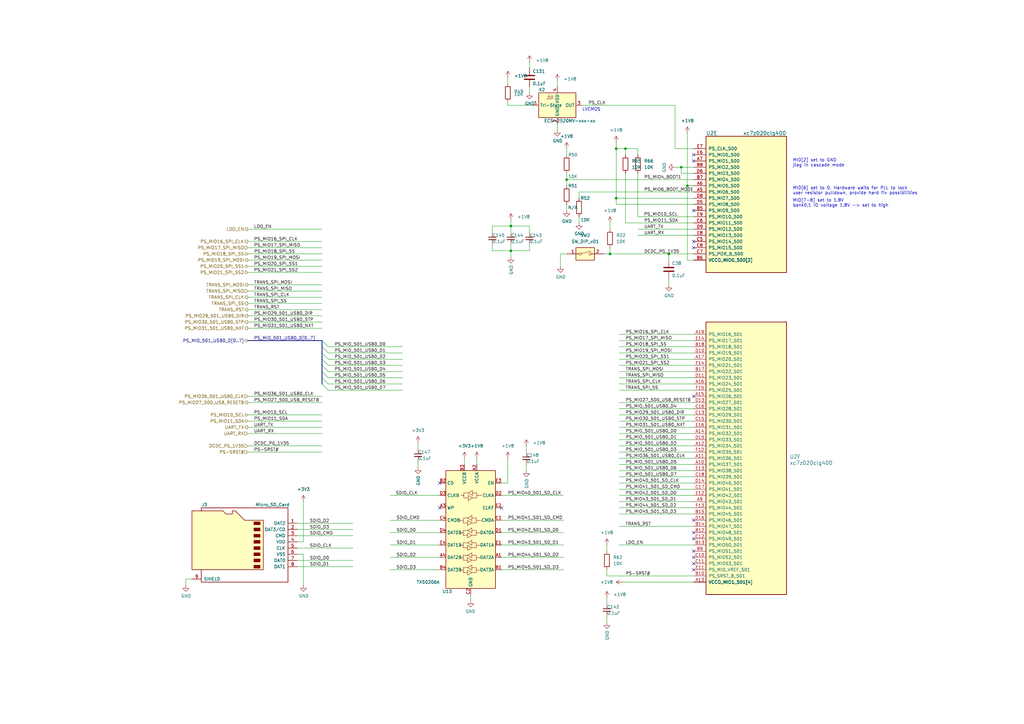
<source format=kicad_sch>
(kicad_sch (version 20220126) (generator eeschema)
  (paper "A3")
  (lib_symbols
    (symbol "7z010_ddr:ECS-2520MV-xxx-xx"
      (property "Reference" "X2" (at -6.35 6.35 0))
      (property "Value" "ECS-2520MV-xxx-xx" (at 5.08 -6.35 0))
      (symbol "ECS-2520MV-xxx-xx_1_1"
        (pin input line (at -10.16 0 0) (length 2.54) (name "Tri-State") (number "1"))
        (pin passive line (at 0 -7.62 90) (length 2.54) (name "GND") (number "2"))
        (pin output line (at 10.16 0 180) (length 2.54) (name "OUT") (number "3"))
        (pin power_in line (at 0 7.62 270) (length 2.54) (name "VDD") (number "4"))
      )
    )
    (symbol "7z010_ddr:xc7z020clg400" (pin_names (offset 1.016))
      (property "Reference" "U" (at 2.54 6.35 0))
      (property "Value" "xc7z020clg400" (at 12.7 6.35 0))
      (symbol "xc7z020clg400_1_1"
        (pin power_in line (at 0 -17.78 0) (length 5.08) (name "RSVDGND") (number "F10"))
        (pin power_in line (at 0 -40.64 0) (length 5.08) (name "VCCBATT_0") (number "F11"))
        (pin output line (at 0 -33.02 0) (length 5.08) (name "TDO_0") (number "F6"))
        (pin input line (at 0 -27.94 0) (length 5.08) (name "TCK_0") (number "F9"))
        (pin input line (at 0 -30.48 0) (length 5.08) (name "TDI_0") (number "G6"))
        (pin power_in line (at 0 -10.16 0) (length 5.08) (name "GNDADC_0") (number "J10"))
        (pin input line (at 0 -35.56 0) (length 5.08) (name "TMS_0") (number "J6"))
        (pin power_in line (at 0 -38.1 0) (length 5.08) (name "VCCADC_0") (number "J9"))
        (pin input line (at 0 -50.8 0) (length 5.08) (name "VREFN_0") (number "K10"))
        (pin power_in line (at 0 -43.18 0) (length 5.08) (name "VCCO_0") (number "K6"))
        (pin input line (at 0 -48.26 0) (length 5.08) (name "VP_0") (number "K9"))
        (pin input line (at 0 -45.72 0) (length 5.08) (name "VN_0") (number "L10"))
        (pin input line (at 0 -15.24 0) (length 5.08) (name "PROGRAM_B_0") (number "L6"))
        (pin input line (at 0 -53.34 0) (length 5.08) (name "VREFP_0") (number "L9"))
        (pin passive line (at 0 -5.08 0) (length 5.08) (name "DXN_0") (number "M10"))
        (pin input line (at 0 0 0) (length 5.08) (name "CFGBVS_0") (number "M6"))
        (pin passive line (at 0 -7.62 0) (length 5.08) (name "DXP_0") (number "M9"))
        (pin power_in line (at 0 -25.4 0) (length 5.08) (name "RSVDVCC3") (number "N6"))
        (pin input line (at 0 -12.7 0) (length 5.08) (name "INIT_B_0") (number "R10"))
        (pin output line (at 0 -2.54 0) (length 5.08) (name "DONE_0") (number "R11"))
        (pin power_in line (at 0 -22.86 0) (length 5.08) (name "RSVDVCC2") (number "R6"))
        (pin power_in line (at 0 -20.32 0) (length 5.08) (name "RSVDVCC1") (number "T6"))
      )
      (symbol "xc7z020clg400_2_1"
        (pin bidirectional line (at 0 -43.18 0) (length 5.08) (name "IO_L19P_T3_13") (number "T5"))
        (pin power_in line (at 0 -66.04 0) (length 5.08) (name "VCCO_13[4]") (number "T8"))
        (pin bidirectional line (at 0 -7.62 0) (length 5.08) (name "IO_L12P_T1_MRCC_13") (number "T9"))
        (pin bidirectional line (at 0 -10.16 0) (length 5.08) (name "IO_L12N_T1_MRCC_13") (number "U10"))
        (pin power_in line (at 0 -66.04 0) (length 5.08) (name "VCCO_13[4]") (number "U11"))
        (pin bidirectional line (at 0 -45.72 0) (length 5.08) (name "IO_L19N_T3_VREF_13") (number "U5"))
        (pin bidirectional line (at 0 -2.54 0) (length 5.08) (name "IO_L11P_T1_SRCC_13") (number "U7"))
        (pin bidirectional line (at 0 -35.56 0) (length 5.08) (name "IO_L17N_T2_13") (number "U8"))
        (pin bidirectional line (at 0 -33.02 0) (length 5.08) (name "IO_L17P_T2_13") (number "U9"))
        (pin bidirectional line (at 0 -55.88 0) (length 5.08) (name "IO_L21N_T3_DQS_13") (number "V10"))
        (pin bidirectional line (at 0 -53.34 0) (length 5.08) (name "IO_L21P_T3_DQS_13") (number "V11"))
        (pin bidirectional line (at 0 0 0) (length 5.08) (name "IO_L6N_T0_VREF_13") (number "V5"))
        (pin bidirectional line (at 0 -58.42 0) (length 5.08) (name "IO_L22P_T3_13") (number "V6"))
        (pin bidirectional line (at 0 -5.08 0) (length 5.08) (name "IO_L11N_T1_SRCC_13") (number "V7"))
        (pin bidirectional line (at 0 -22.86 0) (length 5.08) (name "IO_L15P_T2_DQS_13") (number "V8"))
        (pin bidirectional line (at 0 -27.94 0) (length 5.08) (name "IO_L16P_T2_13") (number "W10"))
        (pin bidirectional line (at 0 -38.1 0) (length 5.08) (name "IO_L18P_T2_13") (number "W11"))
        (pin bidirectional line (at 0 -60.96 0) (length 5.08) (name "IO_L22N_T3_13") (number "W6"))
        (pin power_in line (at 0 -66.04 0) (length 5.08) (name "VCCO_13[4]") (number "W7"))
        (pin bidirectional line (at 0 -25.4 0) (length 5.08) (name "IO_L15N_T2_DQS_13") (number "W8"))
        (pin bidirectional line (at 0 -30.48 0) (length 5.08) (name "IO_L16N_T2_13") (number "W9"))
        (pin power_in line (at 0 -66.04 0) (length 5.08) (name "VCCO_13[4]") (number "Y10"))
        (pin bidirectional line (at 0 -40.64 0) (length 5.08) (name "IO_L18N_T2_13") (number "Y11"))
        (pin bidirectional line (at 0 -48.26 0) (length 5.08) (name "IO_L20P_T3_13") (number "Y12"))
        (pin bidirectional line (at 0 -50.8 0) (length 5.08) (name "IO_L20N_T3_13") (number "Y13"))
        (pin bidirectional line (at 0 -15.24 0) (length 5.08) (name "IO_L13N_T2_MRCC_13") (number "Y6"))
        (pin bidirectional line (at 0 -12.7 0) (length 5.08) (name "IO_L13P_T2_MRCC_13") (number "Y7"))
        (pin bidirectional line (at 0 -20.32 0) (length 5.08) (name "IO_L14N_T2_SRCC_13") (number "Y8"))
        (pin bidirectional line (at 0 -17.78 0) (length 5.08) (name "IO_L14P_T2_SRCC_13") (number "Y9"))
      )
      (symbol "xc7z020clg400_3_1"
        (pin bidirectional line (at 0 -119.38 0) (length 5.08) (name "IO_L23P_T3_34") (number "N17"))
        (pin bidirectional line (at 0 -68.58 0) (length 5.08) (name "IO_L13P_T2_MRCC_34") (number "N18"))
        (pin power_in line (at 0 -127 0) (length 5.08) (name "VCCO_34[6]") (number "N19"))
        (pin bidirectional line (at 0 -73.66 0) (length 5.08) (name "IO_L14P_T2_SRCC_34") (number "N20"))
        (pin bidirectional line (at 0 -33.02 0) (length 5.08) (name "IO_L6P_T0_34") (number "P14"))
        (pin bidirectional line (at 0 -124.46 0) (length 5.08) (name "IO_L24P_T3_34") (number "P15"))
        (pin bidirectional line (at 0 -121.92 0) (length 5.08) (name "IO_L24N_T3_34") (number "P16"))
        (pin bidirectional line (at 0 -116.84 0) (length 5.08) (name "IO_L23N_T3_34") (number "P18"))
        (pin bidirectional line (at 0 -66.04 0) (length 5.08) (name "IO_L13N_T2_MRCC_34") (number "P19"))
        (pin bidirectional line (at 0 -71.12 0) (length 5.08) (name "IO_L14N_T2_SRCC_34") (number "P20"))
        (pin bidirectional line (at 0 -30.48 0) (length 5.08) (name "IO_L6N_T0_VREF_34") (number "R14"))
        (pin power_in line (at 0 -127 0) (length 5.08) (name "VCCO_34[6]") (number "R15"))
        (pin bidirectional line (at 0 -99.06 0) (length 5.08) (name "IO_L19P_T3_34") (number "R16"))
        (pin bidirectional line (at 0 -96.52 0) (length 5.08) (name "IO_L19N_T3_VREF_34") (number "R17"))
        (pin bidirectional line (at 0 -101.6 0) (length 5.08) (name "IO_L20N_T3_34") (number "R18"))
        (pin bidirectional line (at 0 0 0) (length 5.08) (name "IO_0_34") (number "R19"))
        (pin bidirectional line (at 0 -5.08 0) (length 5.08) (name "IO_L1N_T0_34") (number "T10"))
        (pin bidirectional line (at 0 -7.62 0) (length 5.08) (name "IO_L1P_T0_34") (number "T11"))
        (pin bidirectional line (at 0 -12.7 0) (length 5.08) (name "IO_L2P_T0_34") (number "T12"))
        (pin bidirectional line (at 0 -27.94 0) (length 5.08) (name "IO_L5P_T0_34") (number "T14"))
        (pin bidirectional line (at 0 -25.4 0) (length 5.08) (name "IO_L5N_T0_34") (number "T15"))
        (pin bidirectional line (at 0 -48.26 0) (length 5.08) (name "IO_L9P_T1_DQS_34") (number "T16"))
        (pin bidirectional line (at 0 -104.14 0) (length 5.08) (name "IO_L20P_T3_34") (number "T17"))
        (pin power_in line (at 0 -127 0) (length 5.08) (name "VCCO_34[6]") (number "T18"))
        (pin bidirectional line (at 0 -2.54 0) (length 5.08) (name "IO_25_34") (number "T19"))
        (pin bidirectional line (at 0 -78.74 0) (length 5.08) (name "IO_L15P_T2_DQS_34") (number "T20"))
        (pin bidirectional line (at 0 -10.16 0) (length 5.08) (name "IO_L2N_T0_34") (number "U12"))
        (pin bidirectional line (at 0 -17.78 0) (length 5.08) (name "IO_L3P_T0_DQS_PUDC_B_34") (number "U13"))
        (pin bidirectional line (at 0 -58.42 0) (length 5.08) (name "IO_L11P_T1_SRCC_34") (number "U14"))
        (pin bidirectional line (at 0 -55.88 0) (length 5.08) (name "IO_L11N_T1_SRCC_34") (number "U15"))
        (pin bidirectional line (at 0 -45.72 0) (length 5.08) (name "IO_L9N_T1_DQS_34") (number "U17"))
        (pin bidirectional line (at 0 -63.5 0) (length 5.08) (name "IO_L12P_T1_MRCC_34") (number "U18"))
        (pin bidirectional line (at 0 -60.96 0) (length 5.08) (name "IO_L12N_T1_MRCC_34") (number "U19"))
        (pin bidirectional line (at 0 -76.2 0) (length 5.08) (name "IO_L15N_T2_DQS_34") (number "U20"))
        (pin bidirectional line (at 0 -22.86 0) (length 5.08) (name "IO_L4P_T0_34") (number "V12"))
        (pin bidirectional line (at 0 -15.24 0) (length 5.08) (name "IO_L3N_T0_DQS_34") (number "V13"))
        (pin power_in line (at 0 -127 0) (length 5.08) (name "VCCO_34[6]") (number "V14"))
        (pin bidirectional line (at 0 -53.34 0) (length 5.08) (name "IO_L10P_T1_34") (number "V15"))
        (pin bidirectional line (at 0 -93.98 0) (length 5.08) (name "IO_L18P_T2_34") (number "V16"))
        (pin bidirectional line (at 0 -109.22 0) (length 5.08) (name "IO_L21P_T3_DQS_34") (number "V17"))
        (pin bidirectional line (at 0 -106.68 0) (length 5.08) (name "IO_L21N_T3_DQS_34") (number "V18"))
        (pin bidirectional line (at 0 -83.82 0) (length 5.08) (name "IO_L16P_T2_34") (number "V20"))
        (pin bidirectional line (at 0 -20.32 0) (length 5.08) (name "IO_L4N_T0_34") (number "W13"))
        (pin bidirectional line (at 0 -43.18 0) (length 5.08) (name "IO_L8P_T1_34") (number "W14"))
        (pin bidirectional line (at 0 -50.8 0) (length 5.08) (name "IO_L10N_T1_34") (number "W15"))
        (pin bidirectional line (at 0 -91.44 0) (length 5.08) (name "IO_L18N_T2_34") (number "W16"))
        (pin power_in line (at 0 -127 0) (length 5.08) (name "VCCO_34[6]") (number "W17"))
        (pin bidirectional line (at 0 -114.3 0) (length 5.08) (name "IO_L22P_T3_34") (number "W18"))
        (pin bidirectional line (at 0 -111.76 0) (length 5.08) (name "IO_L22N_T3_34") (number "W19"))
        (pin bidirectional line (at 0 -81.28 0) (length 5.08) (name "IO_L16N_T2_34") (number "W20"))
        (pin bidirectional line (at 0 -40.64 0) (length 5.08) (name "IO_L8N_T1_34") (number "Y14"))
        (pin bidirectional line (at 0 -38.1 0) (length 5.08) (name "IO_L7P_T1_34") (number "Y16"))
        (pin bidirectional line (at 0 -35.56 0) (length 5.08) (name "IO_L7N_T1_34") (number "Y17"))
        (pin bidirectional line (at 0 -88.9 0) (length 5.08) (name "IO_L17P_T2_34") (number "Y18"))
        (pin bidirectional line (at 0 -86.36 0) (length 5.08) (name "IO_L17N_T2_34") (number "Y19"))
        (pin power_in line (at 0 -127 0) (length 5.08) (name "VCCO_34[6]") (number "Y20"))
      )
      (symbol "xc7z020clg400_4_1"
        (pin bidirectional line (at 0 -10.16 0) (length 5.08) (name "IO_L2N_T0_AD8N_35") (number "A20"))
        (pin bidirectional line (at 0 -12.7 0) (length 5.08) (name "IO_L2P_T0_AD8P_35") (number "B19"))
        (pin bidirectional line (at 0 -5.08 0) (length 5.08) (name "IO_L1N_T0_AD0N_35") (number "B20"))
        (pin power_in line (at 0 -127 0) (length 5.08) (name "VCCO_35[6]") (number "C19"))
        (pin bidirectional line (at 0 -7.62 0) (length 5.08) (name "IO_L1P_T0_AD0P_35") (number "C20"))
        (pin bidirectional line (at 0 -15.24 0) (length 5.08) (name "IO_L3N_T0_DQS_AD1N_35") (number "D18"))
        (pin bidirectional line (at 0 -22.86 0) (length 5.08) (name "IO_L4P_T0_35") (number "D19"))
        (pin bidirectional line (at 0 -20.32 0) (length 5.08) (name "IO_L4N_T0_35") (number "D20"))
        (pin bidirectional line (at 0 -17.78 0) (length 5.08) (name "IO_L3P_T0_DQS_AD1P_35") (number "E17"))
        (pin bidirectional line (at 0 -27.94 0) (length 5.08) (name "IO_L5P_T0_AD9P_35") (number "E18"))
        (pin bidirectional line (at 0 -25.4 0) (length 5.08) (name "IO_L5N_T0_AD9N_35") (number "E19"))
        (pin bidirectional line (at 0 -33.02 0) (length 5.08) (name "IO_L6P_T0_35") (number "F16"))
        (pin bidirectional line (at 0 -30.48 0) (length 5.08) (name "IO_L6N_T0_VREF_35") (number "F17"))
        (pin power_in line (at 0 -127 0) (length 5.08) (name "VCCO_35[6]") (number "F18"))
        (pin bidirectional line (at 0 -78.74 0) (length 5.08) (name "IO_L15P_T2_DQS_AD12P_35") (number "F19"))
        (pin bidirectional line (at 0 -76.2 0) (length 5.08) (name "IO_L15N_T2_DQS_AD12N_35") (number "F20"))
        (pin bidirectional line (at 0 0 0) (length 5.08) (name "IO_0_35") (number "G14"))
        (pin bidirectional line (at 0 -96.52 0) (length 5.08) (name "IO_L19N_T3_VREF_35") (number "G15"))
        (pin bidirectional line (at 0 -83.82 0) (length 5.08) (name "IO_L16P_T2_35") (number "G17"))
        (pin bidirectional line (at 0 -81.28 0) (length 5.08) (name "IO_L16N_T2_35") (number "G18"))
        (pin bidirectional line (at 0 -93.98 0) (length 5.08) (name "IO_L18P_T2_AD13P_35") (number "G19"))
        (pin bidirectional line (at 0 -91.44 0) (length 5.08) (name "IO_L18N_T2_AD13N_35") (number "G20"))
        (pin power_in line (at 0 -127 0) (length 5.08) (name "VCCO_35[6]") (number "H14"))
        (pin bidirectional line (at 0 -99.06 0) (length 5.08) (name "IO_L19P_T3_35") (number "H15"))
        (pin bidirectional line (at 0 -68.58 0) (length 5.08) (name "IO_L13P_T2_MRCC_35") (number "H16"))
        (pin bidirectional line (at 0 -66.04 0) (length 5.08) (name "IO_L13N_T2_MRCC_35") (number "H17"))
        (pin bidirectional line (at 0 -71.12 0) (length 5.08) (name "IO_L14N_T2_AD4N_SRCC_35") (number "H18"))
        (pin bidirectional line (at 0 -86.36 0) (length 5.08) (name "IO_L17N_T2_AD5N_35") (number "H20"))
        (pin bidirectional line (at 0 -101.6 0) (length 5.08) (name "IO_L20N_T3_AD6N_35") (number "J14"))
        (pin bidirectional line (at 0 -2.54 0) (length 5.08) (name "IO_25_35") (number "J15"))
        (pin bidirectional line (at 0 -121.92 0) (length 5.08) (name "IO_L24N_T3_AD15N_35") (number "J16"))
        (pin power_in line (at 0 -127 0) (length 5.08) (name "VCCO_35[6]") (number "J17"))
        (pin bidirectional line (at 0 -73.66 0) (length 5.08) (name "IO_L14P_T2_AD4P_SRCC_35") (number "J18"))
        (pin bidirectional line (at 0 -50.8 0) (length 5.08) (name "IO_L10N_T1_AD11N_35") (number "J19"))
        (pin bidirectional line (at 0 -88.9 0) (length 5.08) (name "IO_L17P_T2_AD5P_35") (number "J20"))
        (pin bidirectional line (at 0 -104.14 0) (length 5.08) (name "IO_L20P_T3_AD6P_35") (number "K14"))
        (pin bidirectional line (at 0 -124.46 0) (length 5.08) (name "IO_L24P_T3_AD15P_35") (number "K16"))
        (pin bidirectional line (at 0 -63.5 0) (length 5.08) (name "IO_L12P_T1_MRCC_35") (number "K17"))
        (pin bidirectional line (at 0 -60.96 0) (length 5.08) (name "IO_L12N_T1_MRCC_35") (number "K18"))
        (pin bidirectional line (at 0 -53.34 0) (length 5.08) (name "IO_L10P_T1_AD11P_35") (number "K19"))
        (pin power_in line (at 0 -127 0) (length 5.08) (name "VCCO_35[6]") (number "K20"))
        (pin bidirectional line (at 0 -114.3 0) (length 5.08) (name "IO_L22P_T3_AD7P_35") (number "L14"))
        (pin bidirectional line (at 0 -111.76 0) (length 5.08) (name "IO_L22N_T3_AD7N_35") (number "L15"))
        (pin bidirectional line (at 0 -58.42 0) (length 5.08) (name "IO_L11P_T1_SRCC_35") (number "L16"))
        (pin bidirectional line (at 0 -55.88 0) (length 5.08) (name "IO_L11N_T1_SRCC_35") (number "L17"))
        (pin bidirectional line (at 0 -48.26 0) (length 5.08) (name "IO_L9P_T1_DQS_AD3P_35") (number "L19"))
        (pin bidirectional line (at 0 -45.72 0) (length 5.08) (name "IO_L9N_T1_DQS_AD3N_35") (number "L20"))
        (pin bidirectional line (at 0 -119.38 0) (length 5.08) (name "IO_L23P_T3_35") (number "M14"))
        (pin bidirectional line (at 0 -116.84 0) (length 5.08) (name "IO_L23N_T3_35") (number "M15"))
        (pin power_in line (at 0 -127 0) (length 5.08) (name "VCCO_35[6]") (number "M16"))
        (pin bidirectional line (at 0 -43.18 0) (length 5.08) (name "IO_L8P_T1_AD10P_35") (number "M17"))
        (pin bidirectional line (at 0 -40.64 0) (length 5.08) (name "IO_L8N_T1_AD10N_35") (number "M18"))
        (pin bidirectional line (at 0 -38.1 0) (length 5.08) (name "IO_L7P_T1_AD2P_35") (number "M19"))
        (pin bidirectional line (at 0 -35.56 0) (length 5.08) (name "IO_L7N_T1_AD2N_35") (number "M20"))
        (pin bidirectional line (at 0 -109.22 0) (length 5.08) (name "IO_L21P_T3_DQS_AD14P_35") (number "N15"))
        (pin bidirectional line (at 0 -106.68 0) (length 5.08) (name "IO_L21N_T3_DQS_AD14N_35") (number "N16"))
      )
      (symbol "xc7z020clg400_5_1"
        (pin bidirectional line (at 0 -17.78 0) (length 5.08) (name "PS_MIO6_500") (number "A5"))
        (pin bidirectional line (at 0 -15.24 0) (length 5.08) (name "PS_MIO5_500") (number "A6"))
        (pin bidirectional line (at 0 -5.08 0) (length 5.08) (name "PS_MIO1_500") (number "A7"))
        (pin bidirectional line (at 0 -25.4 0) (length 5.08) (name "PS_MIO9_500") (number "B5"))
        (pin power_in line (at 0 -45.72 0) (length 5.08) (name "VCCO_MIO0_500[2]") (number "B6"))
        (pin bidirectional line (at 0 -12.7 0) (length 5.08) (name "PS_MIO4_500") (number "B7"))
        (pin bidirectional line (at 0 -7.62 0) (length 5.08) (name "PS_MIO2_500") (number "B8"))
        (pin bidirectional line (at 0 -38.1 0) (length 5.08) (name "PS_MIO14_500") (number "C5"))
        (pin bidirectional line (at 0 -30.48 0) (length 5.08) (name "PS_MIO11_500") (number "C6"))
        (pin input line (at 0 -43.18 0) (length 5.08) (name "PS_POR_B_500") (number "C7"))
        (pin bidirectional line (at 0 -40.64 0) (length 5.08) (name "PS_MIO15_500") (number "C8"))
        (pin bidirectional line (at 0 -22.86 0) (length 5.08) (name "PS_MIO8_500") (number "D5"))
        (pin bidirectional line (at 0 -10.16 0) (length 5.08) (name "PS_MIO3_500") (number "D6"))
        (pin power_in line (at 0 -45.72 0) (length 5.08) (name "VCCO_MIO0_500[2]") (number "D7"))
        (pin bidirectional line (at 0 -20.32 0) (length 5.08) (name "PS_MIO7_500") (number "D8"))
        (pin bidirectional line (at 0 -33.02 0) (length 5.08) (name "PS_MIO12_500") (number "D9"))
        (pin bidirectional line (at 0 -2.54 0) (length 5.08) (name "PS_MIO0_500") (number "E6"))
        (pin input line (at 0 0 0) (length 5.08) (name "PS_CLK_500") (number "E7"))
        (pin bidirectional line (at 0 -35.56 0) (length 5.08) (name "PS_MIO13_500") (number "E8"))
        (pin bidirectional line (at 0 -27.94 0) (length 5.08) (name "PS_MIO10_500") (number "E9"))
      )
      (symbol "xc7z020clg400_6_1"
        (pin bidirectional line (at 0 -53.34 0) (length 5.08) (name "PS_MIO37_501") (number "A10"))
        (pin bidirectional line (at 0 -50.8 0) (length 5.08) (name "PS_MIO36_501") (number "A11"))
        (pin bidirectional line (at 0 -45.72 0) (length 5.08) (name "PS_MIO34_501") (number "A12"))
        (pin power_in line (at 0 -101.6 0) (length 5.08) (name "VCCO_MIO1_501[4]") (number "A13"))
        (pin bidirectional line (at 0 -40.64 0) (length 5.08) (name "PS_MIO32_501") (number "A14"))
        (pin bidirectional line (at 0 -25.4 0) (length 5.08) (name "PS_MIO26_501") (number "A15"))
        (pin bidirectional line (at 0 -20.32 0) (length 5.08) (name "PS_MIO24_501") (number "A16"))
        (pin bidirectional line (at 0 -10.16 0) (length 5.08) (name "PS_MIO20_501") (number "A17"))
        (pin bidirectional line (at 0 0 0) (length 5.08) (name "PS_MIO16_501") (number "A19"))
        (pin bidirectional line (at 0 -68.58 0) (length 5.08) (name "PS_MIO43_501") (number "A9"))
        (pin input line (at 0 -99.06 0) (length 5.08) (name "PS_SRST_B_501") (number "B10"))
        (pin bidirectional line (at 0 -81.28 0) (length 5.08) (name "PS_MIO48_501") (number "B12"))
        (pin bidirectional line (at 0 -86.36 0) (length 5.08) (name "PS_MIO50_501") (number "B13"))
        (pin bidirectional line (at 0 -78.74 0) (length 5.08) (name "PS_MIO47_501") (number "B14"))
        (pin bidirectional line (at 0 -73.66 0) (length 5.08) (name "PS_MIO45_501") (number "B15"))
        (pin power_in line (at 0 -101.6 0) (length 5.08) (name "VCCO_MIO1_501[4]") (number "B16"))
        (pin bidirectional line (at 0 -15.24 0) (length 5.08) (name "PS_MIO22_501") (number "B17"))
        (pin bidirectional line (at 0 -5.08 0) (length 5.08) (name "PS_MIO18_501") (number "B18"))
        (pin bidirectional line (at 0 -88.9 0) (length 5.08) (name "PS_MIO51_501") (number "B9"))
        (pin bidirectional line (at 0 -91.44 0) (length 5.08) (name "PS_MIO52_501") (number "C10"))
        (pin bidirectional line (at 0 -93.98 0) (length 5.08) (name "PS_MIO53_501") (number "C11"))
        (pin bidirectional line (at 0 -83.82 0) (length 5.08) (name "PS_MIO49_501") (number "C12"))
        (pin bidirectional line (at 0 -33.02 0) (length 5.08) (name "PS_MIO29_501") (number "C13"))
        (pin bidirectional line (at 0 -35.56 0) (length 5.08) (name "PS_MIO30_501") (number "C15"))
        (pin bidirectional line (at 0 -30.48 0) (length 5.08) (name "PS_MIO28_501") (number "C16"))
        (pin bidirectional line (at 0 -63.5 0) (length 5.08) (name "PS_MIO41_501") (number "C17"))
        (pin bidirectional line (at 0 -58.42 0) (length 5.08) (name "PS_MIO39_501") (number "C18"))
        (pin bidirectional line (at 0 -7.62 0) (length 5.08) (name "PS_MIO19_501") (number "D10"))
        (pin bidirectional line (at 0 -17.78 0) (length 5.08) (name "PS_MIO23_501") (number "D11"))
        (pin power_in line (at 0 -101.6 0) (length 5.08) (name "VCCO_MIO1_501[4]") (number "D12"))
        (pin bidirectional line (at 0 -27.94 0) (length 5.08) (name "PS_MIO27_501") (number "D13"))
        (pin bidirectional line (at 0 -60.96 0) (length 5.08) (name "PS_MIO40_501") (number "D14"))
        (pin bidirectional line (at 0 -43.18 0) (length 5.08) (name "PS_MIO33_501") (number "D15"))
        (pin bidirectional line (at 0 -76.2 0) (length 5.08) (name "PS_MIO46_501") (number "D16"))
        (pin power_in line (at 0 -96.52 0) (length 5.08) (name "PS_MIO_VREF_501") (number "E11"))
        (pin bidirectional line (at 0 -66.04 0) (length 5.08) (name "PS_MIO42_501") (number "E12"))
        (pin bidirectional line (at 0 -55.88 0) (length 5.08) (name "PS_MIO38_501") (number "E13"))
        (pin bidirectional line (at 0 -2.54 0) (length 5.08) (name "PS_MIO17_501") (number "E14"))
        (pin power_in line (at 0 -101.6 0) (length 5.08) (name "VCCO_MIO1_501[4]") (number "E15"))
        (pin bidirectional line (at 0 -38.1 0) (length 5.08) (name "PS_MIO31_501") (number "E16"))
        (pin bidirectional line (at 0 -48.26 0) (length 5.08) (name "PS_MIO35_501") (number "F12"))
        (pin bidirectional line (at 0 -71.12 0) (length 5.08) (name "PS_MIO44_501") (number "F13"))
        (pin bidirectional line (at 0 -12.7 0) (length 5.08) (name "PS_MIO21_501") (number "F14"))
        (pin bidirectional line (at 0 -22.86 0) (length 5.08) (name "PS_MIO25_501") (number "F15"))
      )
      (symbol "xc7z020clg400_7_1"
        (pin output line (at 0 -58.42 0) (length 5.08) (name "PS_DDR_DM0_502") (number "A1"))
        (pin bidirectional line (at 0 -73.66 0) (length 5.08) (name "PS_DDR_DQ2_502") (number "A2"))
        (pin power_in line (at 0 -190.5 0) (length 5.08) (name "VCCO_DDR_502[10]") (number "A3"))
        (pin bidirectional line (at 0 -76.2 0) (length 5.08) (name "PS_DDR_DQ3_502") (number "A4"))
        (pin bidirectional line (at 0 -149.86 0) (length 5.08) (name "PS_DDR_DQS_N0_502") (number "B2"))
        (pin bidirectional line (at 0 -71.12 0) (length 5.08) (name "PS_DDR_DQ1_502") (number "B3"))
        (pin output line (at 0 -170.18 0) (length 5.08) (name "PS_DDR_DRST_B_502") (number "B4"))
        (pin bidirectional line (at 0 -83.82 0) (length 5.08) (name "PS_DDR_DQ6_502") (number "C1"))
        (pin bidirectional line (at 0 -160.02 0) (length 5.08) (name "PS_DDR_DQS_P0_502") (number "C2"))
        (pin bidirectional line (at 0 -68.58 0) (length 5.08) (name "PS_DDR_DQ0_502") (number "C3"))
        (pin bidirectional line (at 0 -81.28 0) (length 5.08) (name "PS_DDR_DQ5_502") (number "D1"))
        (pin power_in line (at 0 -190.5 0) (length 5.08) (name "VCCO_DDR_502[10]") (number "D2"))
        (pin bidirectional line (at 0 -78.74 0) (length 5.08) (name "PS_DDR_DQ4_502") (number "D3"))
        (pin output line (at 0 -33.02 0) (length 5.08) (name "PS_DDR_A13_502") (number "D4"))
        (pin bidirectional line (at 0 -86.36 0) (length 5.08) (name "PS_DDR_DQ7_502") (number "E1"))
        (pin bidirectional line (at 0 -88.9 0) (length 5.08) (name "PS_DDR_DQ8_502") (number "E2"))
        (pin bidirectional line (at 0 -91.44 0) (length 5.08) (name "PS_DDR_DQ9_502") (number "E3"))
        (pin output line (at 0 -30.48 0) (length 5.08) (name "PS_DDR_A12_502") (number "E4"))
        (pin power_in line (at 0 -190.5 0) (length 5.08) (name "VCCO_DDR_502[10]") (number "E5"))
        (pin output line (at 0 -60.96 0) (length 5.08) (name "PS_DDR_DM1_502") (number "F1"))
        (pin bidirectional line (at 0 -152.4 0) (length 5.08) (name "PS_DDR_DQS_N1_502") (number "F2"))
        (pin output line (at 0 -35.56 0) (length 5.08) (name "PS_DDR_A14_502") (number "F4"))
        (pin output line (at 0 -25.4 0) (length 5.08) (name "PS_DDR_A10_502") (number "F5"))
        (pin power_in line (at 0 -190.5 0) (length 5.08) (name "VCCO_DDR_502[10]") (number "G1"))
        (pin bidirectional line (at 0 -162.56 0) (length 5.08) (name "PS_DDR_DQS_P1_502") (number "G2"))
        (pin bidirectional line (at 0 -93.98 0) (length 5.08) (name "PS_DDR_DQ10_502") (number "G3"))
        (pin output line (at 0 -27.94 0) (length 5.08) (name "PS_DDR_A11_502") (number "G4"))
        (pin power_out line (at 0 -182.88 0) (length 5.08) (name "PS_DDR_VRN_502") (number "G5"))
        (pin bidirectional line (at 0 -104.14 0) (length 5.08) (name "PS_DDR_DQ14_502") (number "H1"))
        (pin bidirectional line (at 0 -101.6 0) (length 5.08) (name "PS_DDR_DQ13_502") (number "H2"))
        (pin bidirectional line (at 0 -96.52 0) (length 5.08) (name "PS_DDR_DQ11_502") (number "H3"))
        (pin power_in line (at 0 -190.5 0) (length 5.08) (name "VCCO_DDR_502[10]") (number "H4"))
        (pin power_out line (at 0 -185.42 0) (length 5.08) (name "PS_DDR_VRP_502") (number "H5"))
        (pin power_in line (at 0 -177.8 0) (length 5.08) (name "PS_DDR_VREF0_502") (number "H6"))
        (pin bidirectional line (at 0 -106.68 0) (length 5.08) (name "PS_DDR_DQ15_502") (number "J1"))
        (pin bidirectional line (at 0 -99.06 0) (length 5.08) (name "PS_DDR_DQ12_502") (number "J3"))
        (pin output line (at 0 -22.86 0) (length 5.08) (name "PS_DDR_A9_502") (number "J4"))
        (pin output line (at 0 -43.18 0) (length 5.08) (name "PS_DDR_BA2_502") (number "J5"))
        (pin output line (at 0 -20.32 0) (length 5.08) (name "PS_DDR_A8_502") (number "K1"))
        (pin output line (at 0 -2.54 0) (length 5.08) (name "PS_DDR_A1_502") (number "K2"))
        (pin output line (at 0 -7.62 0) (length 5.08) (name "PS_DDR_A3_502") (number "K3"))
        (pin output line (at 0 -17.78 0) (length 5.08) (name "PS_DDR_A7_502") (number "K4"))
        (pin output line (at 0 -12.7 0) (length 5.08) (name "PS_DDR_A5_502") (number "L1"))
        (pin output line (at 0 -53.34 0) (length 5.08) (name "PS_DDR_CKP_502") (number "L2"))
        (pin power_in line (at 0 -190.5 0) (length 5.08) (name "VCCO_DDR_502[10]") (number "L3"))
        (pin output line (at 0 -15.24 0) (length 5.08) (name "PS_DDR_A6_502") (number "L4"))
        (pin output line (at 0 -38.1 0) (length 5.08) (name "PS_DDR_BA0_502") (number "L5"))
        (pin output line (at 0 -50.8 0) (length 5.08) (name "PS_DDR_CKN_502") (number "M2"))
        (pin output line (at 0 -5.08 0) (length 5.08) (name "PS_DDR_A2_502") (number "M3"))
        (pin output line (at 0 -10.16 0) (length 5.08) (name "PS_DDR_A4_502") (number "M4"))
        (pin output line (at 0 -187.96 0) (length 5.08) (name "PS_DDR_WE_B_502") (number "M5"))
        (pin output line (at 0 -55.88 0) (length 5.08) (name "PS_DDR_CS_B_502") (number "N1"))
        (pin output line (at 0 0 0) (length 5.08) (name "PS_DDR_A0_502") (number "N2"))
        (pin output line (at 0 -48.26 0) (length 5.08) (name "PS_DDR_CKE_502") (number "N3"))
        (pin output line (at 0 -172.72 0) (length 5.08) (name "PS_DDR_ODT_502") (number "N5"))
        (pin bidirectional line (at 0 -109.22 0) (length 5.08) (name "PS_DDR_DQ16_502") (number "P1"))
        (pin power_in line (at 0 -190.5 0) (length 5.08) (name "VCCO_DDR_502[10]") (number "P2"))
        (pin bidirectional line (at 0 -111.76 0) (length 5.08) (name "PS_DDR_DQ17_502") (number "P3"))
        (pin output line (at 0 -175.26 0) (length 5.08) (name "PS_DDR_RAS_B_502") (number "P4"))
        (pin output line (at 0 -45.72 0) (length 5.08) (name "PS_DDR_CAS_B_502") (number "P5"))
        (pin power_in line (at 0 -180.34 0) (length 5.08) (name "PS_DDR_VREF1_502") (number "P6"))
        (pin bidirectional line (at 0 -116.84 0) (length 5.08) (name "PS_DDR_DQ19_502") (number "R1"))
        (pin bidirectional line (at 0 -165.1 0) (length 5.08) (name "PS_DDR_DQS_P2_502") (number "R2"))
        (pin bidirectional line (at 0 -114.3 0) (length 5.08) (name "PS_DDR_DQ18_502") (number "R3"))
        (pin output line (at 0 -40.64 0) (length 5.08) (name "PS_DDR_BA1_502") (number "R4"))
        (pin power_in line (at 0 -190.5 0) (length 5.08) (name "VCCO_DDR_502[10]") (number "R5"))
        (pin output line (at 0 -63.5 0) (length 5.08) (name "PS_DDR_DM2_502") (number "T1"))
        (pin bidirectional line (at 0 -154.94 0) (length 5.08) (name "PS_DDR_DQS_N2_502") (number "T2"))
        (pin bidirectional line (at 0 -119.38 0) (length 5.08) (name "PS_DDR_DQ20_502") (number "T4"))
        (pin power_in line (at 0 -190.5 0) (length 5.08) (name "VCCO_DDR_502[10]") (number "U1"))
        (pin bidirectional line (at 0 -124.46 0) (length 5.08) (name "PS_DDR_DQ22_502") (number "U2"))
        (pin bidirectional line (at 0 -127 0) (length 5.08) (name "PS_DDR_DQ23_502") (number "U3"))
        (pin bidirectional line (at 0 -121.92 0) (length 5.08) (name "PS_DDR_DQ21_502") (number "U4"))
        (pin bidirectional line (at 0 -129.54 0) (length 5.08) (name "PS_DDR_DQ24_502") (number "V1"))
        (pin bidirectional line (at 0 -144.78 0) (length 5.08) (name "PS_DDR_DQ30_502") (number "V2"))
        (pin bidirectional line (at 0 -147.32 0) (length 5.08) (name "PS_DDR_DQ31_502") (number "V3"))
        (pin power_in line (at 0 -190.5 0) (length 5.08) (name "VCCO_DDR_502[10]") (number "V4"))
        (pin bidirectional line (at 0 -134.62 0) (length 5.08) (name "PS_DDR_DQ26_502") (number "W1"))
        (pin bidirectional line (at 0 -142.24 0) (length 5.08) (name "PS_DDR_DQ29_502") (number "W3"))
        (pin bidirectional line (at 0 -157.48 0) (length 5.08) (name "PS_DDR_DQS_N3_502") (number "W4"))
        (pin bidirectional line (at 0 -167.64 0) (length 5.08) (name "PS_DDR_DQS_P3_502") (number "W5"))
        (pin output line (at 0 -66.04 0) (length 5.08) (name "PS_DDR_DM3_502") (number "Y1"))
        (pin bidirectional line (at 0 -139.7 0) (length 5.08) (name "PS_DDR_DQ28_502") (number "Y2"))
        (pin bidirectional line (at 0 -132.08 0) (length 5.08) (name "PS_DDR_DQ25_502") (number "Y3"))
        (pin bidirectional line (at 0 -137.16 0) (length 5.08) (name "PS_DDR_DQ27_502") (number "Y4"))
      )
      (symbol "xc7z020clg400_8_1"
        (pin power_in line (at 0 0 0) (length 5.08) (name "GND[59]") (number "A18"))
        (pin power_in line (at 0 0 0) (length 5.08) (name "GND[59]") (number "A8"))
        (pin power_in line (at 0 0 0) (length 5.08) (name "GND[59]") (number "B1"))
        (pin power_in line (at 0 0 0) (length 5.08) (name "GND[59]") (number "B11"))
        (pin power_in line (at 0 0 0) (length 5.08) (name "GND[59]") (number "C14"))
        (pin power_in line (at 0 0 0) (length 5.08) (name "GND[59]") (number "C4"))
        (pin power_in line (at 0 0 0) (length 5.08) (name "GND[59]") (number "C9"))
        (pin power_in line (at 0 0 0) (length 5.08) (name "GND[59]") (number "D17"))
        (pin power_in line (at 0 0 0) (length 5.08) (name "GND[59]") (number "E10"))
        (pin power_in line (at 0 0 0) (length 5.08) (name "GND[59]") (number "E20"))
        (pin power_in line (at 0 0 0) (length 5.08) (name "GND[59]") (number "F3"))
        (pin power_in line (at 0 0 0) (length 5.08) (name "GND[59]") (number "F7"))
        (pin power_in line (at 0 -10.16 0) (length 5.08) (name "VCCPAUX[5]") (number "F8"))
        (pin power_in line (at 0 0 0) (length 5.08) (name "GND[59]") (number "G10"))
        (pin power_in line (at 0 -5.08 0) (length 5.08) (name "VCCBRAM[2]") (number "G11"))
        (pin power_in line (at 0 0 0) (length 5.08) (name "GND[59]") (number "G12"))
        (pin power_in line (at 0 -7.62 0) (length 5.08) (name "VCCINT[9]") (number "G13"))
        (pin power_in line (at 0 0 0) (length 5.08) (name "GND[59]") (number "G16"))
        (pin power_in line (at 0 -12.7 0) (length 5.08) (name "VCCPINT[6]") (number "G7"))
        (pin power_in line (at 0 -15.24 0) (length 5.08) (name "VCCPLL") (number "G8"))
        (pin power_in line (at 0 -10.16 0) (length 5.08) (name "VCCPAUX[5]") (number "G9"))
        (pin power_in line (at 0 -5.08 0) (length 5.08) (name "VCCBRAM[2]") (number "H10"))
        (pin power_in line (at 0 0 0) (length 5.08) (name "GND[59]") (number "H11"))
        (pin power_in line (at 0 -7.62 0) (length 5.08) (name "VCCINT[9]") (number "H12"))
        (pin power_in line (at 0 0 0) (length 5.08) (name "GND[59]") (number "H13"))
        (pin power_in line (at 0 0 0) (length 5.08) (name "GND[59]") (number "H19"))
        (pin power_in line (at 0 0 0) (length 5.08) (name "GND[59]") (number "H7"))
        (pin power_in line (at 0 -10.16 0) (length 5.08) (name "VCCPAUX[5]") (number "H8"))
        (pin power_in line (at 0 0 0) (length 5.08) (name "GND[59]") (number "H9"))
        (pin power_in line (at 0 -2.54 0) (length 5.08) (name "VCCAUX[6]") (number "J11"))
        (pin power_in line (at 0 0 0) (length 5.08) (name "GND[59]") (number "J12"))
        (pin power_in line (at 0 -7.62 0) (length 5.08) (name "VCCINT[9]") (number "J13"))
        (pin power_in line (at 0 0 0) (length 5.08) (name "GND[59]") (number "J2"))
        (pin power_in line (at 0 -12.7 0) (length 5.08) (name "VCCPINT[6]") (number "J7"))
        (pin power_in line (at 0 0 0) (length 5.08) (name "GND[59]") (number "J8"))
        (pin power_in line (at 0 0 0) (length 5.08) (name "GND[59]") (number "K11"))
        (pin power_in line (at 0 -7.62 0) (length 5.08) (name "VCCINT[9]") (number "K12"))
        (pin power_in line (at 0 0 0) (length 5.08) (name "GND[59]") (number "K13"))
        (pin power_in line (at 0 0 0) (length 5.08) (name "GND[59]") (number "K15"))
        (pin power_in line (at 0 0 0) (length 5.08) (name "GND[59]") (number "K5"))
        (pin power_in line (at 0 0 0) (length 5.08) (name "GND[59]") (number "K7"))
        (pin power_in line (at 0 -10.16 0) (length 5.08) (name "VCCPAUX[5]") (number "K8"))
        (pin power_in line (at 0 -2.54 0) (length 5.08) (name "VCCAUX[6]") (number "L11"))
        (pin power_in line (at 0 0 0) (length 5.08) (name "GND[59]") (number "L12"))
        (pin power_in line (at 0 -7.62 0) (length 5.08) (name "VCCINT[9]") (number "L13"))
        (pin power_in line (at 0 0 0) (length 5.08) (name "GND[59]") (number "L18"))
        (pin power_in line (at 0 -12.7 0) (length 5.08) (name "VCCPINT[6]") (number "L7"))
        (pin power_in line (at 0 0 0) (length 5.08) (name "GND[59]") (number "L8"))
        (pin power_in line (at 0 0 0) (length 5.08) (name "GND[59]") (number "M1"))
        (pin power_in line (at 0 0 0) (length 5.08) (name "GND[59]") (number "M11"))
        (pin power_in line (at 0 -7.62 0) (length 5.08) (name "VCCINT[9]") (number "M12"))
        (pin power_in line (at 0 0 0) (length 5.08) (name "GND[59]") (number "M13"))
        (pin power_in line (at 0 0 0) (length 5.08) (name "GND[59]") (number "M7"))
        (pin power_in line (at 0 -10.16 0) (length 5.08) (name "VCCPAUX[5]") (number "M8"))
        (pin power_in line (at 0 0 0) (length 5.08) (name "GND[59]") (number "N10"))
        (pin power_in line (at 0 -2.54 0) (length 5.08) (name "VCCAUX[6]") (number "N11"))
        (pin power_in line (at 0 0 0) (length 5.08) (name "GND[59]") (number "N12"))
        (pin power_in line (at 0 -7.62 0) (length 5.08) (name "VCCINT[9]") (number "N13"))
        (pin power_in line (at 0 0 0) (length 5.08) (name "GND[59]") (number "N14"))
        (pin power_in line (at 0 0 0) (length 5.08) (name "GND[59]") (number "N4"))
        (pin power_in line (at 0 -12.7 0) (length 5.08) (name "VCCPINT[6]") (number "N7"))
        (pin power_in line (at 0 0 0) (length 5.08) (name "GND[59]") (number "N8"))
        (pin power_in line (at 0 -2.54 0) (length 5.08) (name "VCCAUX[6]") (number "N9"))
        (pin power_in line (at 0 -2.54 0) (length 5.08) (name "VCCAUX[6]") (number "P10"))
        (pin power_in line (at 0 0 0) (length 5.08) (name "GND[59]") (number "P11"))
        (pin power_in line (at 0 -7.62 0) (length 5.08) (name "VCCINT[9]") (number "P12"))
        (pin power_in line (at 0 0 0) (length 5.08) (name "GND[59]") (number "P13"))
        (pin power_in line (at 0 0 0) (length 5.08) (name "GND[59]") (number "P17"))
        (pin power_in line (at 0 0 0) (length 5.08) (name "GND[59]") (number "P7"))
        (pin power_in line (at 0 -12.7 0) (length 5.08) (name "VCCPINT[6]") (number "P8"))
        (pin power_in line (at 0 0 0) (length 5.08) (name "GND[59]") (number "P9"))
        (pin power_in line (at 0 0 0) (length 5.08) (name "GND[59]") (number "R12"))
        (pin power_in line (at 0 -7.62 0) (length 5.08) (name "VCCINT[9]") (number "R13"))
        (pin power_in line (at 0 0 0) (length 5.08) (name "GND[59]") (number "R20"))
        (pin power_in line (at 0 -12.7 0) (length 5.08) (name "VCCPINT[6]") (number "R7"))
        (pin power_in line (at 0 0 0) (length 5.08) (name "GND[59]") (number "R8"))
        (pin power_in line (at 0 -2.54 0) (length 5.08) (name "VCCAUX[6]") (number "R9"))
        (pin power_in line (at 0 0 0) (length 5.08) (name "GND[59]") (number "T13"))
        (pin power_in line (at 0 0 0) (length 5.08) (name "GND[59]") (number "T3"))
        (pin power_in line (at 0 0 0) (length 5.08) (name "GND[59]") (number "T7"))
        (pin power_in line (at 0 0 0) (length 5.08) (name "GND[59]") (number "U16"))
        (pin power_in line (at 0 0 0) (length 5.08) (name "GND[59]") (number "U6"))
        (pin power_in line (at 0 0 0) (length 5.08) (name "GND[59]") (number "V19"))
        (pin power_in line (at 0 0 0) (length 5.08) (name "GND[59]") (number "V9"))
        (pin power_in line (at 0 0 0) (length 5.08) (name "GND[59]") (number "W12"))
        (pin power_in line (at 0 0 0) (length 5.08) (name "GND[59]") (number "W2"))
        (pin power_in line (at 0 0 0) (length 5.08) (name "GND[59]") (number "Y15"))
        (pin power_in line (at 0 0 0) (length 5.08) (name "GND[59]") (number "Y5"))
      )
    )
    (symbol "Connector:Micro_SD_Card" (pin_names (offset 1.016))
      (property "Reference" "J" (at -16.51 15.24 0))
      (property "Value" "Micro_SD_Card" (at 16.51 15.24 0))
      (symbol "Micro_SD_Card_1_1"
        (pin bidirectional line (at -22.86 7.62 0) (length 3.81) (name "DAT2") (number "1"))
        (pin bidirectional line (at -22.86 5.08 0) (length 3.81) (name "DAT3/CD") (number "2"))
        (pin input line (at -22.86 2.54 0) (length 3.81) (name "CMD") (number "3"))
        (pin power_in line (at -22.86 0 0) (length 3.81) (name "VDD") (number "4"))
        (pin input line (at -22.86 -2.54 0) (length 3.81) (name "CLK") (number "5"))
        (pin power_in line (at -22.86 -5.08 0) (length 3.81) (name "VSS") (number "6"))
        (pin bidirectional line (at -22.86 -7.62 0) (length 3.81) (name "DAT0") (number "7"))
        (pin bidirectional line (at -22.86 -10.16 0) (length 3.81) (name "DAT1") (number "8"))
        (pin passive line (at 20.32 -15.24 180) (length 3.81) (name "SHIELD") (number "9"))
      )
    )
    (symbol "Device:C" (pin_numbers hide) (pin_names (offset 0.254))
      (property "Reference" "C" (at 0.635 2.54 0))
      (property "Value" "C" (at 0.635 -2.54 0))
      (symbol "C_1_1"
        (pin passive line (at 0 3.81 270) (length 2.794) (name "~") (number "1"))
        (pin passive line (at 0 -3.81 90) (length 2.794) (name "~") (number "2"))
      )
    )
    (symbol "Device:C_Small" (pin_numbers hide) (pin_names (offset 0.254) hide)
      (property "Reference" "C" (at 0.254 1.778 0))
      (property "Value" "C_Small" (at 0.254 -2.032 0))
      (symbol "C_Small_1_1"
        (pin passive line (at 0 2.54 270) (length 2.032) (name "~") (number "1"))
        (pin passive line (at 0 -2.54 90) (length 2.032) (name "~") (number "2"))
      )
    )
    (symbol "Device:R" (pin_numbers hide) (pin_names (offset 0))
      (property "Reference" "R" (at 2.032 0 90))
      (property "Value" "R" (at 0 0 90))
      (symbol "R_1_1"
        (pin passive line (at 0 3.81 270) (length 1.27) (name "~") (number "1"))
        (pin passive line (at 0 -3.81 90) (length 1.27) (name "~") (number "2"))
      )
    )
    (symbol "Logic LevelTransistor_Local:TXS0206A"
      (property "Reference" "U" (at -10.16 27.94 0))
      (property "Value" "TXS0206A" (at 5.08 27.94 0))
      (symbol "TXS0206A_1_1"
        (pin tri_state line (at -12.7 -10.16 0) (length 2.54) (name "DAT2A") (number "A1"))
        (pin power_in line (at -2.54 27.94 270) (length 2.54) (name "VCCA") (number "A2"))
        (pin output line (at 12.7 10.16 180) (length 2.54) (name "WP") (number "A3"))
        (pin tri_state line (at 12.7 -10.16 180) (length 2.54) (name "DAT2B") (number "A4"))
        (pin tri_state line (at -12.7 -15.24 0) (length 2.54) (name "DAT3A") (number "B1"))
        (pin output line (at 12.7 20.32 180) (length 2.54) (name "CD") (number "B2"))
        (pin power_in line (at 2.54 27.94 270) (length 2.54) (name "VCCB") (number "B3"))
        (pin tri_state line (at 12.7 -15.24 180) (length 2.54) (name "DAT3B") (number "B4"))
        (pin tri_state line (at -12.7 5.08 0) (length 2.54) (name "CMDA") (number "C1"))
        (pin power_in line (at 0 -25.4 90) (length 2.54) (name "GND") (number "C2"))
        (pin power_in line (at 0 -25.4 90) (length 2.54) hide (name "GND") (number "C3"))
        (pin tri_state line (at 12.7 5.08 180) (length 2.54) (name "CMDB") (number "C4"))
        (pin tri_state line (at -12.7 0 0) (length 2.54) (name "DAT0A") (number "D1"))
        (pin tri_state line (at -12.7 15.24 0) (length 2.54) (name "CLKA") (number "D2"))
        (pin tri_state line (at 12.7 15.24 180) (length 2.54) (name "CLKB") (number "D3"))
        (pin tri_state line (at 12.7 0 180) (length 2.54) (name "DAT0B") (number "D4"))
        (pin tri_state line (at -12.7 -5.08 0) (length 2.54) (name "DAT1A") (number "E1"))
        (pin tri_state line (at -12.7 10.16 0) (length 2.54) (name "CLKF") (number "E2"))
        (pin input line (at -12.7 20.32 0) (length 2.54) (name "EN") (number "E3"))
        (pin tri_state line (at 12.7 -5.08 180) (length 2.54) (name "DAT1B") (number "E4"))
      )
    )
    (symbol "Switch:SW_DIP_x01" (pin_names (offset 0) hide)
      (property "Reference" "SW" (at 0 3.81 0))
      (property "Value" "SW_DIP_x01" (at 0 -3.81 0))
      (symbol "SW_DIP_x01_1_1"
        (pin passive line (at -7.62 0 0) (length 5.08) (name "~") (number "1"))
        (pin passive line (at 7.62 0 180) (length 5.08) (name "~") (number "2"))
      )
    )
    (symbol "power:+1V8" (power) (pin_names (offset 0))
      (property "Value" "+1V8" (at 0 3.556 0))
      (symbol "+1V8_1_1"
        (pin power_in line (at 0 0 90) (length 0) hide (name "+1V8") (number "1"))
      )
    )
    (symbol "power:+3.3V" (power) (pin_names (offset 0))
      (property "Value" "+3.3V" (at 0 3.556 0))
      (symbol "+3.3V_1_1"
        (pin power_in line (at 0 0 90) (length 0) hide (name "+3V3") (number "1"))
      )
    )
    (symbol "power:GND" (power) (pin_names (offset 0))
      (property "Value" "GND" (at 0 -3.81 0))
      (symbol "GND_1_1"
        (pin power_in line (at 0 0 270) (length 0) hide (name "GND") (number "1"))
      )
    )
  )
  (junction (at 279.4 68.58))
  (junction (at 232.41 73.66))
  (junction (at 250.19 104.14))
  (junction (at 256.54 60.96))
  (junction (at 252.73 60.96))
  (junction (at 209.55 92.71))
  (junction (at 274.32 104.14))
  (junction (at 281.94 76.2))
  (junction (at 252.73 81.28))
  (junction (at 209.55 102.87))
  (no_connect (at 284.48 66.04))
  (no_connect (at 284.48 86.36))
  (no_connect (at 284.48 101.6))
  (no_connect (at 284.48 99.06))
  (no_connect (at 284.48 63.5))
  (no_connect (at 180.34 198.12))
  (no_connect (at 180.34 208.28))
  (no_connect (at 205.74 208.28))
  (no_connect (at 284.48 228.6))
  (no_connect (at 284.48 231.14))
  (no_connect (at 284.48 220.98))
  (no_connect (at 284.48 218.44))
  (no_connect (at 284.48 213.36))
  (no_connect (at 284.48 162.56))
  (no_connect (at 284.48 226.06))
  (no_connect (at 284.48 233.68))
  (bus_entry (at 132.08 147.32) (size 2.54 2.54))
  (bus_entry (at 132.08 149.86) (size 2.54 2.54))
  (bus_entry (at 132.08 152.4) (size 2.54 2.54))
  (bus_entry (at 132.08 144.78) (size 2.54 2.54))
  (bus_entry (at 132.08 139.7) (size 2.54 2.54))
  (bus_entry (at 132.08 142.24) (size 2.54 2.54))
  (bus_entry (at 132.08 154.94) (size 2.54 2.54))
  (bus_entry (at 132.08 157.48) (size 2.54 2.54))
  (wire (pts (xy 101.6 177.8) (xy 132.08 177.8)))
  (wire (pts (xy 252.73 81.28) (xy 284.48 81.28)))
  (wire (pts (xy 190.5 187.96) (xy 190.5 190.5)))
  (wire (pts (xy 134.62 157.48) (xy 165.1 157.48)))
  (wire (pts (xy 134.62 154.94) (xy 165.1 154.94)))
  (wire (pts (xy 254 190.5) (xy 284.48 190.5)))
  (wire (pts (xy 101.6 182.88) (xy 132.08 182.88)))
  (wire (pts (xy 205.74 213.36) (xy 231.14 213.36)))
  (wire (pts (xy 238.76 43.18) (xy 276.86 43.18)))
  (wire (pts (xy 254 137.16) (xy 284.48 137.16)))
  (wire (pts (xy 261.62 88.9) (xy 284.48 88.9)))
  (wire (pts (xy 217.17 35.56) (xy 217.17 38.1)))
  (wire (pts (xy 279.4 71.12) (xy 284.48 71.12)))
  (wire (pts (xy 193.04 243.84) (xy 193.04 246.38)))
  (wire (pts (xy 121.92 224.79) (xy 144.78 224.79)))
  (wire (pts (xy 247.65 104.14) (xy 250.19 104.14)))
  (wire (pts (xy 205.74 203.2) (xy 231.14 203.2)))
  (wire (pts (xy 160.02 228.6) (xy 180.34 228.6)))
  (wire (pts (xy 254 223.52) (xy 284.48 223.52)))
  (wire (pts (xy 205.74 218.44) (xy 231.14 218.44)))
  (wire (pts (xy 101.6 132.08) (xy 132.08 132.08)))
  (wire (pts (xy 171.45 181.61) (xy 171.45 184.15)))
  (wire (pts (xy 208.28 187.96) (xy 208.28 198.12)))
  (wire (pts (xy 201.93 92.71) (xy 201.93 95.25)))
  (wire (pts (xy 254 167.64) (xy 284.48 167.64)))
  (wire (pts (xy 171.45 191.77) (xy 171.45 189.23)))
  (wire (pts (xy 101.6 121.92) (xy 132.08 121.92)))
  (bus (pts (xy 132.08 154.94) (xy 132.08 157.48)))
  (wire (pts (xy 274.32 104.14) (xy 284.48 104.14)))
  (wire (pts (xy 201.93 102.87) (xy 201.93 100.33)))
  (wire (pts (xy 134.62 144.78) (xy 165.1 144.78)))
  (wire (pts (xy 279.4 68.58) (xy 279.4 71.12)))
  (wire (pts (xy 254 203.2) (xy 284.48 203.2)))
  (wire (pts (xy 254 157.48) (xy 284.48 157.48)))
  (wire (pts (xy 254 182.88) (xy 284.48 182.88)))
  (wire (pts (xy 254 172.72) (xy 284.48 172.72)))
  (wire (pts (xy 232.41 73.66) (xy 284.48 73.66)))
  (wire (pts (xy 209.55 92.71) (xy 209.55 95.25)))
  (wire (pts (xy 232.41 73.66) (xy 232.41 76.2)))
  (wire (pts (xy 121.92 217.17) (xy 144.78 217.17)))
  (wire (pts (xy 76.2 240.03) (xy 76.2 237.49)))
  (wire (pts (xy 261.62 96.52) (xy 284.48 96.52)))
  (wire (pts (xy 205.74 233.68) (xy 231.14 233.68)))
  (wire (pts (xy 254 215.9) (xy 284.48 215.9)))
  (wire (pts (xy 276.86 68.58) (xy 279.4 68.58)))
  (wire (pts (xy 281.94 54.61) (xy 281.94 76.2)))
  (wire (pts (xy 160.02 233.68) (xy 180.34 233.68)))
  (wire (pts (xy 237.49 88.9) (xy 237.49 91.44)))
  (bus (pts (xy 132.08 139.7) (xy 132.08 142.24)))
  (wire (pts (xy 228.6 50.8) (xy 228.6 53.34)))
  (wire (pts (xy 281.94 106.68) (xy 284.48 106.68)))
  (wire (pts (xy 254 193.04) (xy 284.48 193.04)))
  (wire (pts (xy 261.62 63.5) (xy 261.62 60.96)))
  (bus (pts (xy 101.6 139.7) (xy 132.08 139.7)))
  (wire (pts (xy 276.86 43.18) (xy 276.86 60.96)))
  (wire (pts (xy 205.74 228.6) (xy 231.14 228.6)))
  (wire (pts (xy 237.49 78.74) (xy 284.48 78.74)))
  (wire (pts (xy 254 208.28) (xy 284.48 208.28)))
  (wire (pts (xy 254 160.02) (xy 284.48 160.02)))
  (wire (pts (xy 76.2 237.49) (xy 78.74 237.49)))
  (wire (pts (xy 254 205.74) (xy 284.48 205.74)))
  (wire (pts (xy 134.62 149.86) (xy 165.1 149.86)))
  (wire (pts (xy 101.6 109.22) (xy 132.08 109.22)))
  (wire (pts (xy 101.6 170.18) (xy 132.08 170.18)))
  (wire (pts (xy 261.62 93.98) (xy 284.48 93.98)))
  (wire (pts (xy 281.94 76.2) (xy 281.94 106.68)))
  (wire (pts (xy 101.6 185.42) (xy 132.08 185.42)))
  (wire (pts (xy 101.6 172.72) (xy 132.08 172.72)))
  (wire (pts (xy 209.55 92.71) (xy 217.17 92.71)))
  (wire (pts (xy 248.92 223.52) (xy 248.92 226.06)))
  (wire (pts (xy 101.6 119.38) (xy 132.08 119.38)))
  (bus (pts (xy 132.08 149.86) (xy 132.08 152.4)))
  (wire (pts (xy 195.58 187.96) (xy 195.58 190.5)))
  (wire (pts (xy 215.9 182.88) (xy 215.9 185.42)))
  (bus (pts (xy 132.08 152.4) (xy 132.08 154.94)))
  (wire (pts (xy 208.28 31.75) (xy 208.28 34.29)))
  (wire (pts (xy 250.19 91.44) (xy 250.19 93.98)))
  (wire (pts (xy 232.41 71.12) (xy 232.41 73.66)))
  (wire (pts (xy 160.02 223.52) (xy 180.34 223.52)))
  (wire (pts (xy 209.55 90.17) (xy 209.55 92.71)))
  (wire (pts (xy 101.6 129.54) (xy 132.08 129.54)))
  (wire (pts (xy 254 149.86) (xy 284.48 149.86)))
  (wire (pts (xy 254 198.12) (xy 284.48 198.12)))
  (bus (pts (xy 132.08 142.24) (xy 132.08 144.78)))
  (wire (pts (xy 254 185.42) (xy 284.48 185.42)))
  (wire (pts (xy 101.6 124.46) (xy 132.08 124.46)))
  (wire (pts (xy 134.62 142.24) (xy 165.1 142.24)))
  (wire (pts (xy 217.17 92.71) (xy 217.17 95.25)))
  (wire (pts (xy 254 177.8) (xy 284.48 177.8)))
  (bus (pts (xy 132.08 147.32) (xy 132.08 149.86)))
  (wire (pts (xy 101.6 99.06) (xy 132.08 99.06)))
  (wire (pts (xy 160.02 218.44) (xy 180.34 218.44)))
  (wire (pts (xy 124.46 227.33) (xy 124.46 240.03)))
  (wire (pts (xy 217.17 102.87) (xy 217.17 100.33)))
  (wire (pts (xy 254 147.32) (xy 284.48 147.32)))
  (wire (pts (xy 261.62 71.12) (xy 261.62 88.9)))
  (wire (pts (xy 215.9 193.04) (xy 215.9 190.5)))
  (wire (pts (xy 121.92 222.25) (xy 124.46 222.25)))
  (wire (pts (xy 254 142.24) (xy 284.48 142.24)))
  (wire (pts (xy 254 152.4) (xy 284.48 152.4)))
  (wire (pts (xy 252.73 58.42) (xy 252.73 60.96)))
  (wire (pts (xy 252.73 60.96) (xy 252.73 81.28)))
  (wire (pts (xy 250.19 104.14) (xy 274.32 104.14)))
  (wire (pts (xy 205.74 223.52) (xy 231.14 223.52)))
  (wire (pts (xy 248.92 245.11) (xy 248.92 247.65)))
  (wire (pts (xy 101.6 116.84) (xy 132.08 116.84)))
  (wire (pts (xy 254 200.66) (xy 284.48 200.66)))
  (wire (pts (xy 252.73 81.28) (xy 252.73 83.82)))
  (wire (pts (xy 134.62 147.32) (xy 165.1 147.32)))
  (wire (pts (xy 254 210.82) (xy 284.48 210.82)))
  (wire (pts (xy 101.6 162.56) (xy 132.08 162.56)))
  (bus (pts (xy 132.08 144.78) (xy 132.08 147.32)))
  (wire (pts (xy 101.6 175.26) (xy 132.08 175.26)))
  (wire (pts (xy 209.55 102.87) (xy 217.17 102.87)))
  (wire (pts (xy 201.93 102.87) (xy 209.55 102.87)))
  (wire (pts (xy 121.92 227.33) (xy 124.46 227.33)))
  (wire (pts (xy 205.74 198.12) (xy 208.28 198.12)))
  (wire (pts (xy 101.6 93.98) (xy 132.08 93.98)))
  (wire (pts (xy 248.92 236.22) (xy 284.48 236.22)))
  (wire (pts (xy 232.41 83.82) (xy 232.41 86.36)))
  (wire (pts (xy 101.6 106.68) (xy 132.08 106.68)))
  (wire (pts (xy 101.6 111.76) (xy 132.08 111.76)))
  (wire (pts (xy 256.54 71.12) (xy 256.54 91.44)))
  (wire (pts (xy 248.92 233.68) (xy 248.92 236.22)))
  (wire (pts (xy 101.6 104.14) (xy 132.08 104.14)))
  (wire (pts (xy 121.92 229.87) (xy 144.78 229.87)))
  (wire (pts (xy 208.28 43.18) (xy 208.28 41.91)))
  (wire (pts (xy 254 187.96) (xy 284.48 187.96)))
  (wire (pts (xy 101.6 134.62) (xy 132.08 134.62)))
  (wire (pts (xy 284.48 238.76) (xy 255.27 238.76)))
  (wire (pts (xy 281.94 76.2) (xy 284.48 76.2)))
  (wire (pts (xy 160.02 213.36) (xy 180.34 213.36)))
  (wire (pts (xy 274.32 106.68) (xy 274.32 104.14)))
  (wire (pts (xy 237.49 78.74) (xy 237.49 81.28)))
  (wire (pts (xy 121.92 232.41) (xy 144.78 232.41)))
  (wire (pts (xy 252.73 83.82) (xy 284.48 83.82)))
  (wire (pts (xy 276.86 60.96) (xy 284.48 60.96)))
  (wire (pts (xy 232.41 104.14) (xy 229.87 104.14)))
  (wire (pts (xy 256.54 60.96) (xy 256.54 63.5)))
  (wire (pts (xy 248.92 255.27) (xy 248.92 252.73)))
  (wire (pts (xy 124.46 205.74) (xy 124.46 222.25)))
  (wire (pts (xy 254 175.26) (xy 284.48 175.26)))
  (wire (pts (xy 121.92 214.63) (xy 144.78 214.63)))
  (wire (pts (xy 101.6 165.1) (xy 132.08 165.1)))
  (wire (pts (xy 274.32 116.84) (xy 274.32 114.3)))
  (wire (pts (xy 217.17 27.94) (xy 217.17 25.4)))
  (wire (pts (xy 201.93 92.71) (xy 209.55 92.71)))
  (wire (pts (xy 254 144.78) (xy 284.48 144.78)))
  (wire (pts (xy 279.4 68.58) (xy 284.48 68.58)))
  (wire (pts (xy 229.87 104.14) (xy 229.87 109.22)))
  (wire (pts (xy 256.54 91.44) (xy 284.48 91.44)))
  (wire (pts (xy 121.92 219.71) (xy 144.78 219.71)))
  (wire (pts (xy 232.41 60.96) (xy 232.41 63.5)))
  (wire (pts (xy 134.62 152.4) (xy 165.1 152.4)))
  (wire (pts (xy 208.28 43.18) (xy 218.44 43.18)))
  (wire (pts (xy 254 139.7) (xy 284.48 139.7)))
  (wire (pts (xy 254 165.1) (xy 284.48 165.1)))
  (wire (pts (xy 101.6 101.6) (xy 132.08 101.6)))
  (wire (pts (xy 134.62 160.02) (xy 165.1 160.02)))
  (wire (pts (xy 254 195.58) (xy 284.48 195.58)))
  (wire (pts (xy 228.6 33.02) (xy 228.6 35.56)))
  (wire (pts (xy 209.55 102.87) (xy 209.55 100.33)))
  (wire (pts (xy 254 180.34) (xy 284.48 180.34)))
  (wire (pts (xy 256.54 60.96) (xy 261.62 60.96)))
  (wire (pts (xy 254 170.18) (xy 284.48 170.18)))
  (wire (pts (xy 254 154.94) (xy 284.48 154.94)))
  (wire (pts (xy 101.6 127) (xy 132.08 127)))
  (wire (pts (xy 252.73 60.96) (xy 256.54 60.96)))
  (wire (pts (xy 209.55 105.41) (xy 209.55 102.87)))
  (wire (pts (xy 160.02 203.2) (xy 180.34 203.2)))
  (wire (pts (xy 250.19 101.6) (xy 250.19 104.14)))
  (text "MIO[6] set to 0, Hardware waits for PLL to lock\nuser resistor pulldown, provide hard fix possibilities" (at 325.12 80.01 0) (effects (font (size 1.27 1.27)) (justify left bottom)))
  (text "MIO[7-8] set to 1.8V\nbank0,1 IO voltage 1.8V -> set to high" (at 325.12 85.09 0) (effects (font (size 1.27 1.27)) (justify left bottom)))
  (text "LVCMOS" (at 238.76 45.72 0) (effects (font (size 1.27 1.27)) (justify left bottom)))
  (text "MIO[2] set to GND\njtag in cascade mode" (at 325.12 68.58 0) (effects (font (size 1.27 1.27)) (justify left bottom)))
  (label "PS_MIO_501_USB0_D2" (at 137.16 147.32 0))
  (label "SDIO_D2" (at 127 214.63 0))
  (label "PS_MIO_501_USB0_D3" (at 256.54 185.42 0))
  (label "PS_MIO_501_USB0_D2" (at 256.54 182.88 0))
  (label "PS_MIO19_SPI_MOSI" (at 104.14 106.68 0))
  (label "PS-SRST#" (at 104.14 185.42 0))
  (label "PS_MIO30_501_USB0_STP" (at 104.14 132.08 0))
  (label "SDIO_CMD" (at 162.56 213.36 0))
  (label "PS_MIO19_SPI_MOSI" (at 256.54 144.78 0))
  (label "PS_MIO43_501_SD_D1" (at 208.28 223.52 0))
  (label "PS_MIO_501_USB0_D5" (at 137.16 154.94 0))
  (label "PS_MIO31_501_USB0_NXT" (at 104.14 134.62 0))
  (label "PS_MIO17_SPI_MISO" (at 256.54 139.7 0))
  (label "PS_MIO45_501_SD_D3" (at 208.28 233.68 0))
  (label "SDIO_CLK" (at 162.2518 203.2 0))
  (label "UART_RX" (at 104.14 177.8 0))
  (label "LDO_EN" (at 104.14 93.98 0))
  (label "TRANS_SPI_MISO" (at 256.54 154.94 0))
  (label "PS_MIO16_SPI_CLK" (at 104.14 99.06 0))
  (label "PS_MIO27_500_USB_RESETB" (at 104.14 165.1 0))
  (label "UART_RX" (at 264.16 96.52 0))
  (label "PS_MIO43_501_SD_D1" (at 256.54 205.74 0))
  (label "PS_MIO21_SPI_SS2" (at 104.14 111.76 0))
  (label "PS_CLK" (at 241.3 43.18 0))
  (label "TRANS_SPI_MOSI" (at 256.54 152.4 0))
  (label "SDIO_D0" (at 162.56 218.44 0))
  (label "PS_MIO_501_USB0_D7" (at 137.16 160.02 0))
  (label "PS_MIO29_501_USB0_DIR" (at 104.14 129.54 0))
  (label "SDIO_D1" (at 127 232.41 0))
  (label "PS_MIO_501_USB0_D7" (at 256.54 195.58 0))
  (label "SDIO_CMD" (at 127 219.71 0))
  (label "DCDC_PG_1V35" (at 264.16 104.14 0))
  (label "PS_MIO30_501_USB0_STP" (at 256.54 172.72 0))
  (label "PS_MIO41_501_SD_CMD" (at 256.54 200.66 0))
  (label "PS_MIO_501_USB0_D0" (at 137.16 142.24 0))
  (label "PS_MIO11_SDA" (at 104.14 172.72 0))
  (label "PS_MIO45_501_SD_D3" (at 256.54 210.82 0))
  (label "SDIO_D0" (at 127 229.87 0))
  (label "PS_MIO_501_USB0_D4" (at 256.54 167.64 0))
  (label "PS_MIO20_SPI_SS1" (at 256.54 147.32 0))
  (label "PS_MIO11_SDA" (at 264.16 91.44 0))
  (label "PS_MIO16_SPI_CLK" (at 256.54 137.16 0))
  (label "SDIO_D3" (at 127 217.17 0))
  (label "UART_TX" (at 264.16 93.98 0))
  (label "PS_MIO4_BOOT1" (at 264.16 73.66 0))
  (label "UART_TX" (at 104.14 175.26 0))
  (label "PS_MIO_501_USB0_D1" (at 256.54 180.34 0))
  (label "PS_MIO_501_USB0_D0" (at 256.54 177.8 0))
  (label "TRANS_SPI_CLK" (at 104.14 121.92 0))
  (label "PS_MIO6_BOOT_MODE" (at 264.16 78.74 0))
  (label "PS_MIO18_SPI_SS" (at 256.54 142.24 0))
  (label "PS_MIO10_SCL" (at 104.0553 170.18 0))
  (label "PS_MIO40_501_SD_CLK" (at 208.28 203.2 0))
  (label "PS_MIO_501_USB0_D1" (at 137.16 144.78 0))
  (label "PS_MIO40_501_SD_CLK" (at 256.54 198.12 0))
  (label "PS_MIO42_501_SD_D0" (at 256.54 203.2 0))
  (label "PS_MIO31_501_USB0_NXT" (at 256.54 175.26 0))
  (label "PS_MIO36_501_USB0_CLK" (at 256.54 187.96 0))
  (label "SDIO_D2" (at 162.56 228.6 0))
  (label "PS_MIO42_501_SD_D0" (at 208.28 218.44 0))
  (label "TRANS_RST" (at 256.54 215.9 0))
  (label "PS_MIO21_SPI_SS2" (at 256.54 149.86 0))
  (label "SDIO_D3" (at 162.56 233.68 0))
  (label "LDO_EN" (at 256.54 223.52 0))
  (label "PS_MIO_501_USB0_D6" (at 256.54 193.04 0))
  (label "PS_MIO_501_USB0_D3" (at 137.16 149.86 0))
  (label "PS_MIO17_SPI_MISO" (at 104.14 101.6 0))
  (label "TRANS_SPI_SS" (at 256.54 160.02 0))
  (label "TRANS_SPI_MOSI" (at 104.14 116.84 0))
  (label "PS_MIO41_501_SD_CMD" (at 208.28 213.36 0))
  (label "PS_MIO36_501_USB0_CLK" (at 104.14 162.56 0))
  (label "TRANS_SPI_SS" (at 104.14 124.46 0))
  (label "SDIO_CLK" (at 127 224.79 0))
  (label "PS_MIO_501_USB0_D[0..7]" (at 104.14 139.7 0))
  (label "SDIO_D1" (at 162.56 223.52 0))
  (label "PS_MIO44_501_SD_D2" (at 208.28 228.6 0))
  (label "PS-SRST#" (at 256.54 236.22 0))
  (label "PS_MIO44_501_SD_D2" (at 256.54 208.28 0))
  (label "PS_MIO20_SPI_SS1" (at 104.14 109.22 0))
  (label "DCDC_PG_1V35" (at 104.14 182.88 0))
  (label "PS_MIO_501_USB0_D5" (at 256.54 190.5 0))
  (label "PS_MIO10_SCL" (at 264.0753 88.9 0))
  (label "TRANS_SPI_MISO" (at 104.14 119.38 0))
  (label "PS_MIO_501_USB0_D6" (at 137.16 157.48 0))
  (label "TRANS_SPI_CLK" (at 256.54 157.48 0))
  (label "PS_MIO_501_USB0_D4" (at 137.16 152.4 0))
  (label "PS_MIO27_500_USB_RESETB" (at 256.54 165.1 0))
  (label "TRANS_RST" (at 104.14 127 0))
  (label "PS_MIO18_SPI_SS" (at 104.14 104.14 0))
  (label "PS_MIO29_501_USB0_DIR" (at 256.54 170.18 0))
  (hierarchical_label "PS_MIO19_SPI_MOSI" (shape output) (at 101.6 106.68 180))
  (hierarchical_label "PS_MIO16_SPI_CLK" (shape output) (at 101.6 99.06 180))
  (hierarchical_label "UART_TX" (shape output) (at 101.6 175.26 180))
  (hierarchical_label "PS-SRST#" (shape input) (at 101.6 185.42 180))
  (hierarchical_label "PS_MIO29_501_USB0_DIR" (shape output) (at 101.6 129.54 180))
  (hierarchical_label "UART_RX" (shape input) (at 101.6 177.8 180))
  (hierarchical_label "TRANS_SPI_MISO" (shape input) (at 101.6 119.38 180))
  (hierarchical_label "PS_MIO20_SPI_SS1" (shape bidirectional) (at 101.6 109.22 180))
  (hierarchical_label "PS_MIO27_500_USB_RESETB" (shape output) (at 101.6 165.1 180))
  (hierarchical_label "PS_MIO_501_USB0_D[0..7]" (shape bidirectional) (at 101.6 139.7 180))
  (hierarchical_label "DCDC_PG_1V35" (shape input) (at 101.6 182.88 180))
  (hierarchical_label "LDO_EN" (shape output) (at 101.6 93.98 180))
  (hierarchical_label "PS_MIO31_501_USB0_NXT" (shape output) (at 101.6 134.62 180))
  (hierarchical_label "PS_MIO10_SCL" (shape bidirectional) (at 101.6 170.18 180))
  (hierarchical_label "TRANS_SPI_MOSI" (shape output) (at 101.6 116.84 180))
  (hierarchical_label "PS_MIO18_SPI_SS" (shape bidirectional) (at 101.6 104.14 180))
  (hierarchical_label "TRANS_RST" (shape output) (at 101.6 127 180))
  (hierarchical_label "PS_MIO30_501_USB0_STP" (shape output) (at 101.6 132.08 180))
  (hierarchical_label "TRANS_SPI_CLK" (shape output) (at 101.6 121.92 180))
  (hierarchical_label "PS_MIO17_SPI_MISO" (shape input) (at 101.6 101.6 180))
  (hierarchical_label "PS_MIO21_SPI_SS2" (shape bidirectional) (at 101.6 111.76 180))
  (hierarchical_label "PS_MIO36_501_USB0_CLK" (shape input) (at 101.6 162.56 180))
  (hierarchical_label "PS_MIO11_SDA" (shape bidirectional) (at 101.6 172.72 180))
  (hierarchical_label "TRANS_SPI_SS" (shape output) (at 101.6 124.46 180))
  (symbol (lib_id "power:+1V8") (at 208.28 187.96 0) (mirror y) (unit 1)
    (property "Reference" "#PWR0279" (effects hide))
    (property "Value" "+1V8" (at 208.28 182.88 0))
  )
  (symbol (lib_id "Device:R") (at 237.49 85.09 180) (unit 1)
    (property "Reference" "R52" (at 240.03 81.28 0))
    (property "Value" "10K" (at 240.03 90.17 0))
    (property "Footprint" "Resistor_SMD:R_0201_0603Metric" (effects hide))
  )
  (symbol (lib_id "power:+3.3V") (at 190.5 187.96 0) (unit 1)
    (property "Reference" "#PWR0282" (effects hide))
    (property "Value" "+3.3V" (at 190.5 182.88 0))
  )
  (symbol (lib_id "Device:R") (at 256.54 67.31 0) (unit 1)
    (property "Reference" "R65" (at 259.08 66.0399 0) (effects (justify left)))
    (property "Value" "10K" (at 259.08 68.5799 0) (effects (justify left)))
    (property "Footprint" "Resistor_SMD:R_0201_0603Metric" (effects hide))
  )
  (symbol (lib_id "power:GND") (at 76.2 240.03 0) (unit 1)
    (property "Reference" "#PWR02" (effects hide))
    (property "Value" "GND" (at 76.327 244.4242 0))
  )
  (symbol (lib_id "Switch:SW_DIP_x01") (at 240.03 104.14 0) (unit 1)
    (property "Reference" "SW2" (at 240.03 96.52 0))
    (property "Value" "SW_DIP_x01" (at 240.03 99.06 0))
    (property "Footprint" "Switcher:EVQ9P701P" (effects hide))
  )
  (symbol (lib_id "power:GND") (at 228.6 53.34 0) (unit 1)
    (property "Reference" "#PWR0109" (effects hide))
    (property "Value" "GND" (at 228.727 57.7342 0))
  )
  (symbol (lib_id "power:+1V8") (at 281.94 54.61 0) (unit 1)
    (property "Reference" "#PWR0113" (effects hide))
    (property "Value" "+1V8" (at 281.94 49.53 0))
  )
  (symbol (lib_id "power:GND") (at 215.9 193.04 0) (unit 1)
    (property "Reference" "#PWR0280" (effects hide))
    (property "Value" "GND" (at 216.027 196.2912 90) (effects (justify right)))
  )
  (symbol (lib_id "Device:R") (at 248.92 229.87 0) (unit 1)
    (property "Reference" "R62" (at 251.46 228.5999 0) (effects (justify left)))
    (property "Value" "10K" (at 251.46 231.1399 0) (effects (justify left)))
    (property "Footprint" "Resistor_SMD:R_0201_0603Metric" (effects hide))
  )
  (symbol (lib_id "power:+1V8") (at 252.73 58.42 0) (unit 1)
    (property "Reference" "#PWR0213" (effects hide))
    (property "Value" "+1V8" (at 252.73 53.34 0))
  )
  (symbol (lib_id "Device:C_Small") (at 209.55 97.79 0) (unit 1)
    (property "Reference" "C144" (at 209.55 96.52 0) (effects (justify left)))
    (property "Value" "0.1uF" (at 209.55 99.06 0) (effects (justify left)))
    (property "Footprint" "Capacitor_SMD:C_0201_0603Metric" (effects hide))
  )
  (symbol (lib_id "power:+3.3V") (at 171.45 181.61 0) (unit 1)
    (property "Reference" "#PWR0277" (effects hide))
    (property "Value" "+3.3V" (at 171.45 176.53 0))
  )
  (symbol (lib_id "power:+1V8") (at 250.19 91.44 0) (unit 1)
    (property "Reference" "#PWR0221" (effects hide))
    (property "Value" "+1V8" (at 250.19 86.36 0))
  )
  (symbol (lib_id "power:+3.3V") (at 124.46 205.74 0) (unit 1)
    (property "Reference" "#PWR03" (effects hide))
    (property "Value" "+3.3V" (at 124.46 200.66 0))
  )
  (symbol (lib_id "power:GND") (at 124.46 240.03 0) (unit 1)
    (property "Reference" "#PWR010" (effects hide))
    (property "Value" "GND" (at 124.587 244.4242 0))
  )
  (symbol (lib_id "power:+1V8") (at 209.55 90.17 0) (unit 1)
    (property "Reference" "#PWR0263" (effects hide))
    (property "Value" "+1V8" (at 212.09 88.9 0) (effects (justify left)))
  )
  (symbol (lib_id "power:GND") (at 193.04 246.38 0) (mirror y) (unit 1)
    (property "Reference" "#PWR0281" (effects hide))
    (property "Value" "GND" (at 192.913 250.7742 0))
  )
  (symbol (lib_id "power:+1V8") (at 228.6 33.02 0) (unit 1)
    (property "Reference" "#PWR0235" (effects hide))
    (property "Value" "+1V8" (at 231.14 32.385 0) (effects (justify left)))
  )
  (symbol (lib_id "Device:R") (at 208.28 38.1 0) (unit 1)
    (property "Reference" "R49" (at 210.82 37.465 0) (effects (justify left)))
    (property "Value" "10K" (at 210.82 38.735 0) (effects (justify left)))
    (property "Footprint" "Resistor_SMD:R_0201_0603Metric" (effects hide))
  )
  (symbol (lib_id "power:GND") (at 209.55 105.41 0) (unit 1)
    (property "Reference" "#PWR0264" (effects hide))
    (property "Value" "GND" (at 209.677 108.6612 90) (effects (justify right)))
  )
  (symbol (lib_id "Device:C_Small") (at 215.9 187.96 0) (unit 1)
    (property "Reference" "C148" (at 215.9 186.69 0) (effects (justify left)))
    (property "Value" "0.1uF" (at 215.9 189.23 0) (effects (justify left)))
    (property "Footprint" "Capacitor_SMD:C_0201_0603Metric" (effects hide))
  )
  (symbol (lib_id "Logic LevelTransistor_Local:TXS0206A") (at 193.04 218.44 0) (mirror y) (unit 1)
    (property "Reference" "U13" (at 185.42 242.57 0) (effects (justify left)))
    (property "Value" "TXS0206A" (at 180.34 238.76 0) (effects (justify left)))
    (property "Footprint" "Package_CSP_Local:WLCSP-20_1.609x1.994mm_Layout4x5_P0.4mm" (effects hide))
    (property "Datasheet" "https://www.ti.com.cn/cn/lit/ds/symlink/txs0206a.pdf" (effects hide))
  )
  (symbol (lib_id "power:+1V8") (at 232.41 60.96 0) (unit 1)
    (property "Reference" "#PWR0236" (effects hide))
    (property "Value" "+1V8" (at 232.41 55.88 0))
  )
  (symbol (lib_id "Device:C") (at 274.32 110.49 0) (unit 1)
    (property "Reference" "C38" (at 275.59 107.95 0) (effects (justify left)))
    (property "Value" "0.1uF" (at 275.59 113.03 0) (effects (justify left)))
    (property "Footprint" "Capacitor_SMD:C_0201_0603Metric" (effects hide))
  )
  (symbol (lib_id "Device:C_Small") (at 171.45 186.69 0) (unit 1)
    (property "Reference" "C147" (at 171.45 185.42 0) (effects (justify left)))
    (property "Value" "0.1uF" (at 171.45 187.96 0) (effects (justify left)))
    (property "Footprint" "Capacitor_SMD:C_0201_0603Metric" (effects hide))
  )
  (symbol (lib_id "power:GND") (at 232.41 86.36 0) (unit 1)
    (property "Reference" "#PWR0244" (effects hide))
    (property "Value" "GND" (at 232.537 90.7542 0))
  )
  (symbol (lib_id "power:+1V8") (at 217.17 25.4 0) (unit 1)
    (property "Reference" "#PWR0234" (effects hide))
    (property "Value" "+1V8" (at 219.71 24.765 0) (effects (justify left)))
  )
  (symbol (lib_id "power:+1V8") (at 248.92 245.11 0) (unit 1)
    (property "Reference" "#PWR0260" (effects hide))
    (property "Value" "+1V8" (at 251.46 243.84 0) (effects (justify left)))
  )
  (symbol (lib_id "Device:R") (at 232.41 80.01 180) (unit 1)
    (property "Reference" "R51" (at 234.95 76.2 0))
    (property "Value" "N/A" (at 234.95 85.09 0))
    (property "Footprint" "Resistor_SMD:R_0201_0603Metric" (effects hide))
  )
  (symbol (lib_id "power:+1V8") (at 215.9 182.88 0) (unit 1)
    (property "Reference" "#PWR0278" (effects hide))
    (property "Value" "+1V8" (at 218.44 181.61 0) (effects (justify left)))
  )
  (symbol (lib_id "power:GND") (at 276.86 68.58 270) (unit 1)
    (property "Reference" "#PWR0138" (effects hide))
    (property "Value" "GND" (at 272.4658 68.707 0))
  )
  (symbol (lib_id "Connector:Micro_SD_Card") (at 99.06 222.25 0) (mirror y) (unit 1)
    (property "Reference" "J3" (at 83.82 207.01 0))
    (property "Value" "Micro_SD_Card" (at 111.76 207.01 0))
    (property "Footprint" "Connector_Card:microSD_HC_Molex_104031-0811" (effects hide))
    (property "Datasheet" "http://katalog.we-online.de/em/datasheet/693072010801.pdf" (effects hide))
  )
  (symbol (lib_id "power:GND") (at 217.17 38.1 0) (unit 1)
    (property "Reference" "#PWR0202" (effects hide))
    (property "Value" "GND" (at 217.297 42.4942 0))
  )
  (symbol (lib_id "Device:C_Small") (at 248.92 250.19 0) (unit 1)
    (property "Reference" "C142" (at 248.92 248.92 0) (effects (justify left)))
    (property "Value" "0.1uF" (at 248.92 251.46 0) (effects (justify left)))
    (property "Footprint" "Capacitor_SMD:C_0201_0603Metric" (effects hide))
  )
  (symbol (lib_id "Device:C_Small") (at 217.17 97.79 0) (unit 1)
    (property "Reference" "C143" (at 217.17 96.52 0) (effects (justify left)))
    (property "Value" "0.1uF" (at 217.17 99.06 0) (effects (justify left)))
    (property "Footprint" "Capacitor_SMD:C_0201_0603Metric" (effects hide))
  )
  (symbol (lib_id "Device:R") (at 250.19 97.79 0) (unit 1)
    (property "Reference" "R22" (at 252.73 96.5199 0) (effects (justify left)))
    (property "Value" "10K" (at 252.73 99.0599 0) (effects (justify left)))
    (property "Footprint" "Resistor_SMD:R_0201_0603Metric" (effects hide))
  )
  (symbol (lib_id "Device:C") (at 217.17 31.75 0) (unit 1)
    (property "Reference" "C131" (at 218.44 29.21 0) (effects (justify left)))
    (property "Value" "0.1uF" (at 218.44 34.29 0) (effects (justify left)))
    (property "Footprint" "Capacitor_SMD:C_0201_0603Metric" (effects hide))
  )
  (symbol (lib_id "Device:R") (at 261.62 67.31 0) (unit 1)
    (property "Reference" "R66" (at 264.16 66.0399 0) (effects (justify left)))
    (property "Value" "10K" (at 264.16 68.5799 0) (effects (justify left)))
    (property "Footprint" "Resistor_SMD:R_0201_0603Metric" (effects hide))
  )
  (symbol (lib_id "power:GND") (at 274.32 116.84 0) (unit 1)
    (property "Reference" "#PWR0102" (effects hide))
    (property "Value" "GND" (at 274.447 121.2342 0))
  )
  (symbol (lib_id "power:+1V8") (at 208.28 31.75 0) (unit 1)
    (property "Reference" "#PWR0201" (effects hide))
    (property "Value" "+1V8" (at 210.82 31.115 0) (effects (justify left)))
  )
  (symbol (lib_id "Device:R") (at 232.41 67.31 180) (unit 1)
    (property "Reference" "R50" (at 234.95 63.5 0))
    (property "Value" "10K" (at 234.95 72.39 0))
    (property "Footprint" "Resistor_SMD:R_0201_0603Metric" (effects hide))
  )
  (symbol (lib_id "power:+1V8") (at 255.27 238.76 90) (unit 1)
    (property "Reference" "#PWR014" (effects hide))
    (property "Value" "+1V8" (at 251.46 238.7599 90) (effects (justify left)))
  )
  (symbol (lib_id "7z010_ddr:xc7z020clg400") (at 284.48 137.16 0) (unit 6)
    (property "Reference" "U2" (at 323.85 187.325 0) (effects (font (size 1.524 1.524)) (justify left)))
    (property "Value" "xc7z020clg400" (at 323.85 189.865 0) (effects (font (size 1.524 1.524)) (justify left)))
    (property "Footprint" "Package_CSP_Local:Xilinx_CLG400_020_Delay" (effects hide))
  )
  (symbol (lib_id "power:GND") (at 171.45 191.77 0) (unit 1)
    (property "Reference" "#PWR0276" (effects hide))
    (property "Value" "GND" (at 171.577 195.0212 90) (effects (justify right)))
  )
  (symbol (lib_id "power:+1V8") (at 248.92 223.52 0) (unit 1)
    (property "Reference" "#PWR011" (effects hide))
    (property "Value" "+1V8" (at 248.92 218.44 0))
  )
  (symbol (lib_id "power:GND") (at 248.92 255.27 0) (unit 1)
    (property "Reference" "#PWR0259" (effects hide))
    (property "Value" "GND" (at 249.047 258.5212 90) (effects (justify right)))
  )
  (symbol (lib_id "7z010_ddr:ECS-2520MV-xxx-xx") (at 228.6 43.18 0) (unit 1)
    (property "Reference" "X2" (at 222.25 36.83 0))
    (property "Value" "ECS-2520MV-xxx-xx" (at 233.68 49.53 0))
    (property "Footprint" "Oscillator:Oscillator_SMD_ECS_2520MV-xxx-xx-4Pin_2.5x2.0mm" (effects hide))
    (property "Datasheet" "https://www.ecsxtal.com/store/pdf/ECS-2520MV.pdf" (effects hide))
  )
  (symbol (lib_id "7z010_ddr:xc7z020clg400") (at 284.48 60.96 0) (unit 5)
    (property "Reference" "U2" (at 289.56 54.61 0) (effects (font (size 1.524 1.524)) (justify left)))
    (property "Value" "xc7z020clg400" (at 304.8 54.61 0) (effects (font (size 1.524 1.524)) (justify left)))
    (property "Footprint" "Package_CSP_Local:Xilinx_CLG400_020_Delay" (effects hide))
  )
  (symbol (lib_id "Device:C_Small") (at 201.93 97.79 0) (unit 1)
    (property "Reference" "C145" (at 201.93 96.52 0) (effects (justify left)))
    (property "Value" "0.1uF" (at 201.93 99.06 0) (effects (justify left)))
    (property "Footprint" "Capacitor_SMD:C_0201_0603Metric" (effects hide))
  )
  (symbol (lib_id "power:GND") (at 229.87 109.22 0) (unit 1)
    (property "Reference" "#PWR0220" (effects hide))
    (property "Value" "GND" (at 229.997 113.6142 0))
  )
  (symbol (lib_id "power:GND") (at 237.49 91.44 0) (unit 1)
    (property "Reference" "#PWR0245" (effects hide))
    (property "Value" "GND" (at 237.617 95.8342 0))
  )
  (symbol (lib_id "power:+1V8") (at 195.58 187.96 0) (unit 1)
    (property "Reference" "#PWR0283" (effects hide))
    (property "Value" "+1V8" (at 195.58 182.88 0))
  )
)
</source>
